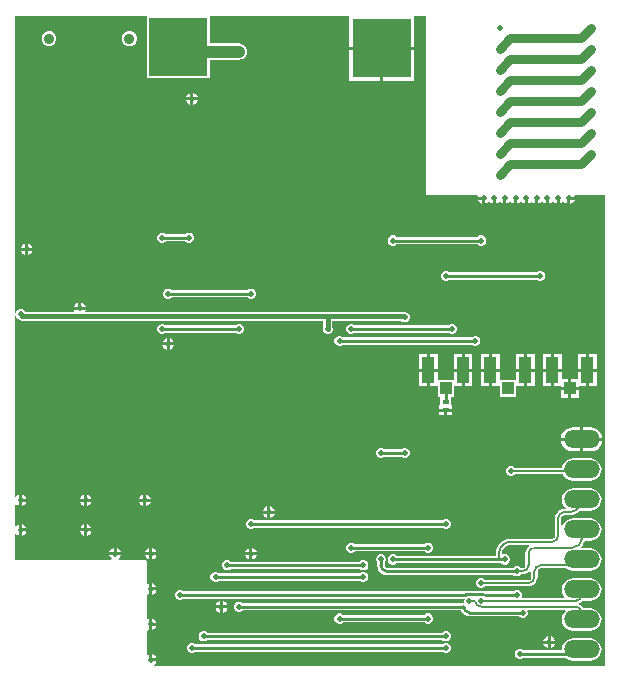
<source format=gbr>
G04*
G04 #@! TF.GenerationSoftware,Altium Limited,Altium Designer,25.5.2 (35)*
G04*
G04 Layer_Physical_Order=2*
G04 Layer_Color=16711680*
%FSLAX25Y25*%
%MOIN*%
G70*
G04*
G04 #@! TF.SameCoordinates,38EB6A6A-CC72-40A8-BBF4-0EDFD8540081*
G04*
G04*
G04 #@! TF.FilePolarity,Positive*
G04*
G01*
G75*
%ADD12C,0.01000*%
%ADD19R,0.19685X0.19685*%
%ADD24R,0.02254X0.01438*%
%ADD33R,0.19685X0.19685*%
%ADD53C,0.03543*%
%ADD55C,0.03937*%
%ADD56C,0.00591*%
%ADD57C,0.01575*%
%ADD61C,0.03150*%
%ADD63C,0.01968*%
%ADD64R,0.04134X0.08661*%
%ADD65R,0.03937X0.04134*%
%ADD66O,0.11874X0.05937*%
G36*
X137167Y157545D02*
X137222Y157268D01*
X137378Y157034D01*
X137612Y156877D01*
X137889Y156822D01*
X154177D01*
X154396Y156495D01*
X154359Y156405D01*
X156299D01*
Y155905D01*
X156799D01*
Y153965D01*
X157423Y154223D01*
X157814Y154614D01*
X158071Y154738D01*
X158328Y154614D01*
X158719Y154223D01*
X159343Y153965D01*
Y155905D01*
X160343D01*
Y153965D01*
X160967Y154223D01*
X161357Y154614D01*
X161614Y154738D01*
X161871Y154614D01*
X162262Y154223D01*
X162886Y153965D01*
Y155905D01*
X163886D01*
Y153965D01*
X164510Y154223D01*
X164900Y154614D01*
X165157Y154738D01*
X165415Y154614D01*
X165805Y154223D01*
X166429Y153965D01*
Y155905D01*
X167429D01*
Y153965D01*
X168053Y154223D01*
X168444Y154614D01*
X168701Y154738D01*
X168958Y154614D01*
X169349Y154223D01*
X169972Y153965D01*
Y155905D01*
X170972D01*
Y153965D01*
X171596Y154223D01*
X171987Y154614D01*
X172244Y154738D01*
X172501Y154614D01*
X172892Y154223D01*
X173516Y153965D01*
Y155905D01*
X174516D01*
Y153965D01*
X175140Y154223D01*
X175530Y154614D01*
X175787Y154738D01*
X176045Y154614D01*
X176435Y154223D01*
X177059Y153965D01*
Y155905D01*
X178059D01*
Y153965D01*
X178683Y154223D01*
X179074Y154614D01*
X179331Y154738D01*
X179588Y154614D01*
X179978Y154223D01*
X180602Y153965D01*
Y155905D01*
X181602D01*
Y153965D01*
X182226Y154223D01*
X182617Y154614D01*
X182874Y154738D01*
X183131Y154614D01*
X183522Y154223D01*
X184146Y153965D01*
Y155905D01*
X184646D01*
Y156405D01*
X186586D01*
X186549Y156495D01*
X186768Y156822D01*
X196850D01*
Y0D01*
X46659D01*
X46507Y394D01*
X46958Y845D01*
X47216Y1469D01*
X45276D01*
Y1969D01*
X44776D01*
Y3909D01*
X44384Y3747D01*
X43990Y4004D01*
Y11744D01*
X44384Y12001D01*
X44776Y11839D01*
Y13780D01*
Y15720D01*
X44384Y15558D01*
X43990Y15815D01*
Y23555D01*
X44384Y23812D01*
X44776Y23650D01*
Y25591D01*
Y27531D01*
X44384Y27369D01*
X43990Y27626D01*
Y34657D01*
X43935Y34933D01*
X43779Y35168D01*
X43544Y35324D01*
X43268Y35379D01*
X34763D01*
X34691Y35520D01*
X34642Y35773D01*
X35147Y36278D01*
X35405Y36902D01*
X31524D01*
X31782Y36278D01*
X32287Y35773D01*
X32238Y35520D01*
X32166Y35379D01*
X0D01*
Y43892D01*
X394Y44044D01*
X845Y43593D01*
X1469Y43335D01*
Y45276D01*
Y47216D01*
X845Y46958D01*
X394Y46507D01*
X0Y46659D01*
Y53735D01*
X394Y53887D01*
X845Y53436D01*
X1469Y53177D01*
Y55118D01*
Y57059D01*
X845Y56800D01*
X394Y56349D01*
X0Y56501D01*
Y116426D01*
X394Y116504D01*
X533Y116167D01*
X1006Y115694D01*
X1055Y115622D01*
X1745Y115160D01*
X2559Y114998D01*
Y115010D01*
X102805D01*
Y112946D01*
X102638Y112541D01*
Y111868D01*
X102895Y111246D01*
X103372Y110769D01*
X103994Y110512D01*
X104667D01*
X105290Y110769D01*
X105766Y111246D01*
X106024Y111868D01*
Y112541D01*
X105856Y112946D01*
Y115010D01*
X128659D01*
X128962Y114707D01*
X129585Y114449D01*
X130258D01*
X130880Y114707D01*
X131356Y115183D01*
X131614Y115805D01*
Y116479D01*
X131356Y117101D01*
X130880Y117577D01*
X130620Y117685D01*
X130265Y117922D01*
X129528Y118069D01*
Y118061D01*
X23727D01*
X23509Y118388D01*
X23594Y118595D01*
X19713D01*
X19798Y118388D01*
X19580Y118061D01*
X3414D01*
X3404Y118085D01*
X2928Y118561D01*
X2305Y118819D01*
X1632D01*
X1010Y118561D01*
X533Y118085D01*
X394Y117748D01*
X0Y117826D01*
Y216535D01*
X43965D01*
Y195770D01*
X65067D01*
Y202024D01*
X74803D01*
X75502Y202116D01*
X76153Y202386D01*
X76713Y202815D01*
X77142Y203374D01*
X77411Y204026D01*
X77503Y204724D01*
X77411Y205423D01*
X77142Y206075D01*
X76713Y206634D01*
X76153Y207063D01*
X75502Y207333D01*
X74803Y207425D01*
X65067D01*
Y216535D01*
X111413D01*
Y206384D01*
X122256D01*
X133098D01*
Y216535D01*
X137167D01*
Y157545D01*
D02*
G37*
%LPC*%
G36*
X38682Y211535D02*
X37696D01*
X36784Y211158D01*
X36086Y210460D01*
X35709Y209548D01*
Y208562D01*
X36086Y207650D01*
X36784Y206952D01*
X37696Y206575D01*
X38682D01*
X39594Y206952D01*
X40292Y207650D01*
X40669Y208562D01*
Y209548D01*
X40292Y210460D01*
X39594Y211158D01*
X38682Y211535D01*
D02*
G37*
G36*
X11911D02*
X10924D01*
X10012Y211158D01*
X9315Y210460D01*
X8937Y209548D01*
Y208562D01*
X9315Y207650D01*
X10012Y206952D01*
X10924Y206575D01*
X11911D01*
X12822Y206952D01*
X13520Y207650D01*
X13898Y208562D01*
Y209548D01*
X13520Y210460D01*
X12822Y211158D01*
X11911Y211535D01*
D02*
G37*
G36*
X133098Y205384D02*
X122756D01*
Y195041D01*
X133098D01*
Y205384D01*
D02*
G37*
G36*
X121756D02*
X111413D01*
Y195041D01*
X121756D01*
Y205384D01*
D02*
G37*
G36*
X59555Y190917D02*
Y189476D01*
X60996D01*
X60737Y190100D01*
X60179Y190658D01*
X59555Y190917D01*
D02*
G37*
G36*
X58555D02*
X57931Y190658D01*
X57373Y190100D01*
X57114Y189476D01*
X58555D01*
Y190917D01*
D02*
G37*
G36*
X60996Y188476D02*
X59555D01*
Y187036D01*
X60179Y187294D01*
X60737Y187852D01*
X60996Y188476D01*
D02*
G37*
G36*
X58555D02*
X57114D01*
X57373Y187852D01*
X57931Y187294D01*
X58555Y187036D01*
Y188476D01*
D02*
G37*
G36*
X186586Y155405D02*
X185146D01*
Y153965D01*
X185770Y154223D01*
X186328Y154781D01*
X186586Y155405D01*
D02*
G37*
G36*
X155799D02*
X154359D01*
X154617Y154781D01*
X155175Y154223D01*
X155799Y153965D01*
Y155405D01*
D02*
G37*
G36*
X58408Y144409D02*
X57734D01*
X57112Y144152D01*
X56909Y143949D01*
X50374D01*
X50172Y144152D01*
X49549Y144409D01*
X48876D01*
X48254Y144152D01*
X47777Y143675D01*
X47520Y143053D01*
Y142380D01*
X47777Y141758D01*
X48254Y141281D01*
X48876Y141024D01*
X49549D01*
X50172Y141281D01*
X50374Y141484D01*
X56909D01*
X57112Y141281D01*
X57734Y141024D01*
X58408D01*
X59030Y141281D01*
X59506Y141758D01*
X59764Y142380D01*
Y143053D01*
X59506Y143675D01*
X59030Y144152D01*
X58408Y144409D01*
D02*
G37*
G36*
X155849Y143425D02*
X155175D01*
X154553Y143167D01*
X154350Y142965D01*
X127146D01*
X126943Y143167D01*
X126321Y143425D01*
X125647D01*
X125025Y143167D01*
X124549Y142691D01*
X124291Y142069D01*
Y141395D01*
X124549Y140773D01*
X125025Y140297D01*
X125647Y140039D01*
X126321D01*
X126943Y140297D01*
X127146Y140500D01*
X154350D01*
X154553Y140297D01*
X155175Y140039D01*
X155849D01*
X156471Y140297D01*
X156947Y140773D01*
X157205Y141395D01*
Y142069D01*
X156947Y142691D01*
X156471Y143167D01*
X155849Y143425D01*
D02*
G37*
G36*
X4437Y140720D02*
Y139279D01*
X5878D01*
X5619Y139903D01*
X5061Y140462D01*
X4437Y140720D01*
D02*
G37*
G36*
X3437D02*
X2813Y140462D01*
X2255Y139903D01*
X1996Y139279D01*
X3437D01*
Y140720D01*
D02*
G37*
G36*
X5878Y138279D02*
X4437D01*
Y136839D01*
X5061Y137097D01*
X5619Y137655D01*
X5878Y138279D01*
D02*
G37*
G36*
X3437D02*
X1996D01*
X2255Y137655D01*
X2813Y137097D01*
X3437Y136839D01*
Y138279D01*
D02*
G37*
G36*
X175534Y131614D02*
X174860D01*
X174238Y131356D01*
X174035Y131154D01*
X144863D01*
X144660Y131356D01*
X144037Y131614D01*
X143364D01*
X142742Y131356D01*
X142266Y130880D01*
X142008Y130258D01*
Y129585D01*
X142266Y128962D01*
X142742Y128486D01*
X143364Y128228D01*
X144037D01*
X144660Y128486D01*
X144863Y128689D01*
X174035D01*
X174238Y128486D01*
X174860Y128228D01*
X175534D01*
X176156Y128486D01*
X176632Y128962D01*
X176890Y129585D01*
Y130258D01*
X176632Y130880D01*
X176156Y131356D01*
X175534Y131614D01*
D02*
G37*
G36*
X79077Y125709D02*
X78403D01*
X77781Y125451D01*
X77578Y125248D01*
X52343D01*
X52140Y125451D01*
X51518Y125709D01*
X50844D01*
X50222Y125451D01*
X49746Y124975D01*
X49488Y124353D01*
Y123679D01*
X49746Y123057D01*
X50222Y122581D01*
X50844Y122323D01*
X51518D01*
X52140Y122581D01*
X52343Y122783D01*
X77578D01*
X77781Y122581D01*
X78403Y122323D01*
X79077D01*
X79699Y122581D01*
X80175Y123057D01*
X80433Y123679D01*
Y124353D01*
X80175Y124975D01*
X79699Y125451D01*
X79077Y125709D01*
D02*
G37*
G36*
X22153Y121035D02*
Y119595D01*
X23594D01*
X23336Y120219D01*
X22777Y120777D01*
X22153Y121035D01*
D02*
G37*
G36*
X21154D02*
X20530Y120777D01*
X19971Y120219D01*
X19713Y119595D01*
X21154D01*
Y121035D01*
D02*
G37*
G36*
X146006Y113898D02*
X145333D01*
X144710Y113640D01*
X144508Y113437D01*
X113366D01*
X113164Y113640D01*
X112541Y113898D01*
X111868D01*
X111246Y113640D01*
X110769Y113164D01*
X110512Y112541D01*
Y111868D01*
X110769Y111246D01*
X111246Y110769D01*
X111868Y110512D01*
X112541D01*
X113164Y110769D01*
X113366Y110972D01*
X144508D01*
X144710Y110769D01*
X145333Y110512D01*
X146006D01*
X146628Y110769D01*
X147105Y111246D01*
X147362Y111868D01*
Y112541D01*
X147105Y113164D01*
X146628Y113640D01*
X146006Y113898D01*
D02*
G37*
G36*
X75140D02*
X74466D01*
X73844Y113640D01*
X73641Y113437D01*
X50374D01*
X50172Y113640D01*
X49549Y113898D01*
X48876D01*
X48254Y113640D01*
X47777Y113164D01*
X47520Y112541D01*
Y111868D01*
X47777Y111246D01*
X48254Y110769D01*
X48876Y110512D01*
X49549D01*
X50172Y110769D01*
X50374Y110972D01*
X73641D01*
X73844Y110769D01*
X74466Y110512D01*
X75140D01*
X75762Y110769D01*
X76238Y111246D01*
X76496Y111868D01*
Y112541D01*
X76238Y113164D01*
X75762Y113640D01*
X75140Y113898D01*
D02*
G37*
G36*
X153880Y109961D02*
X153207D01*
X152584Y109703D01*
X152382Y109500D01*
X109430D01*
X109227Y109703D01*
X108605Y109961D01*
X107931D01*
X107309Y109703D01*
X106833Y109227D01*
X106575Y108605D01*
Y107931D01*
X106833Y107309D01*
X107309Y106833D01*
X107931Y106575D01*
X108605D01*
X109227Y106833D01*
X109430Y107035D01*
X152382D01*
X152584Y106833D01*
X153207Y106575D01*
X153880D01*
X154502Y106833D01*
X154979Y107309D01*
X155236Y107931D01*
Y108605D01*
X154979Y109227D01*
X154502Y109703D01*
X153880Y109961D01*
D02*
G37*
G36*
X51681Y109224D02*
Y107783D01*
X53122D01*
X52863Y108407D01*
X52305Y108966D01*
X51681Y109224D01*
D02*
G37*
G36*
X50681D02*
X50057Y108966D01*
X49499Y108407D01*
X49240Y107783D01*
X50681D01*
Y109224D01*
D02*
G37*
G36*
X53122Y106783D02*
X51681D01*
Y105343D01*
X52305Y105601D01*
X52863Y106159D01*
X53122Y106783D01*
D02*
G37*
G36*
X50681D02*
X49240D01*
X49499Y106159D01*
X50057Y105601D01*
X50681Y105343D01*
Y106783D01*
D02*
G37*
G36*
X193913Y103756D02*
X191346D01*
Y98925D01*
X193913D01*
Y103756D01*
D02*
G37*
G36*
X190346D02*
X187779D01*
Y98925D01*
X190346D01*
Y103756D01*
D02*
G37*
G36*
X182299D02*
X179732D01*
Y98925D01*
X182299D01*
Y103756D01*
D02*
G37*
G36*
X178732D02*
X176165D01*
Y98925D01*
X178732D01*
Y103756D01*
D02*
G37*
G36*
X173244D02*
X170677D01*
Y98925D01*
X173244D01*
Y103756D01*
D02*
G37*
G36*
X169677D02*
X167110D01*
Y98925D01*
X169677D01*
Y103756D01*
D02*
G37*
G36*
X161630D02*
X159063D01*
Y98925D01*
X161630D01*
Y103756D01*
D02*
G37*
G36*
X158063D02*
X155496D01*
Y98925D01*
X158063D01*
Y103756D01*
D02*
G37*
G36*
X152575D02*
X150008D01*
Y98925D01*
X152575D01*
Y103756D01*
D02*
G37*
G36*
X149008D02*
X146441D01*
Y98925D01*
X149008D01*
Y103756D01*
D02*
G37*
G36*
X140961D02*
X138394D01*
Y98925D01*
X140961D01*
Y103756D01*
D02*
G37*
G36*
X137394D02*
X134827D01*
Y98925D01*
X137394D01*
Y103756D01*
D02*
G37*
G36*
X169677Y97925D02*
X167110D01*
Y95564D01*
X167047Y95197D01*
X166716Y95197D01*
X161693Y95197D01*
X161630Y95564D01*
Y97925D01*
X159063D01*
Y93094D01*
X161630Y93094D01*
X161693Y92727D01*
Y89646D01*
X167047D01*
Y92727D01*
X167110Y93094D01*
X167441Y93094D01*
X169677D01*
Y97925D01*
D02*
G37*
G36*
X149008D02*
X146441D01*
Y95564D01*
X146378Y95197D01*
X146047Y95197D01*
X141024Y95197D01*
X140961Y95564D01*
Y97925D01*
X138394D01*
Y93094D01*
X140961Y93094D01*
X141024Y92727D01*
Y89646D01*
X141559D01*
X141865Y89434D01*
Y86941D01*
X141574D01*
Y85722D01*
X143701D01*
X145828D01*
Y86941D01*
X145536D01*
Y89434D01*
X145842Y89646D01*
X146378D01*
Y92727D01*
X146441Y93094D01*
X146772Y93094D01*
X149008D01*
Y97925D01*
D02*
G37*
G36*
X193913D02*
X191346D01*
Y93094D01*
X193913D01*
Y97925D01*
D02*
G37*
G36*
X178732D02*
X176165D01*
Y93094D01*
X178732D01*
Y97925D01*
D02*
G37*
G36*
X173244D02*
X170677D01*
Y93094D01*
X173244D01*
Y97925D01*
D02*
G37*
G36*
X152575D02*
X150008D01*
Y93094D01*
X152575D01*
Y97925D01*
D02*
G37*
G36*
X158063D02*
X155496D01*
Y93094D01*
X158063D01*
Y97925D01*
D02*
G37*
G36*
X137394D02*
X134827D01*
Y93094D01*
X137394D01*
Y97925D01*
D02*
G37*
G36*
X190346D02*
X187779D01*
Y95488D01*
X185539D01*
Y92921D01*
X188008D01*
Y93094D01*
X190346D01*
Y97925D01*
D02*
G37*
G36*
X182299D02*
X179732D01*
Y93094D01*
X182071D01*
Y92921D01*
X184539D01*
Y95488D01*
X182299D01*
Y97925D01*
D02*
G37*
G36*
X188008Y91921D02*
X185539D01*
Y89354D01*
X188008D01*
Y91921D01*
D02*
G37*
G36*
X184539D02*
X182071D01*
Y89354D01*
X184539D01*
Y91921D01*
D02*
G37*
G36*
X145828Y84722D02*
X144201D01*
Y83503D01*
X145828D01*
Y84722D01*
D02*
G37*
G36*
X143201D02*
X141574D01*
Y83503D01*
X143201D01*
Y84722D01*
D02*
G37*
G36*
X191945Y79436D02*
X189476D01*
Y75933D01*
X195882D01*
X195811Y76469D01*
X195411Y77434D01*
X194775Y78263D01*
X193946Y78900D01*
X192981Y79299D01*
X191945Y79436D01*
D02*
G37*
G36*
X188476D02*
X186008D01*
X184972Y79299D01*
X184007Y78900D01*
X183177Y78263D01*
X182541Y77434D01*
X182141Y76469D01*
X182071Y75933D01*
X188476D01*
Y79436D01*
D02*
G37*
G36*
X130258Y72559D02*
X129585D01*
X128962Y72301D01*
X128760Y72098D01*
X123209D01*
X123006Y72301D01*
X122384Y72559D01*
X121711D01*
X121088Y72301D01*
X120612Y71825D01*
X120354Y71203D01*
Y70529D01*
X120612Y69907D01*
X121088Y69431D01*
X121711Y69173D01*
X122384D01*
X123006Y69431D01*
X123209Y69634D01*
X128760D01*
X128962Y69431D01*
X129585Y69173D01*
X130258D01*
X130880Y69431D01*
X131356Y69907D01*
X131614Y70529D01*
Y71203D01*
X131356Y71825D01*
X130880Y72301D01*
X130258Y72559D01*
D02*
G37*
G36*
X195882Y74933D02*
X189476D01*
Y71430D01*
X191945D01*
X192981Y71567D01*
X193946Y71967D01*
X194775Y72603D01*
X195411Y73432D01*
X195811Y74397D01*
X195882Y74933D01*
D02*
G37*
G36*
X188476D02*
X182071D01*
X182141Y74397D01*
X182541Y73432D01*
X183177Y72603D01*
X184007Y71967D01*
X184972Y71567D01*
X186008Y71430D01*
X188476D01*
Y74933D01*
D02*
G37*
G36*
X191945Y69142D02*
X186008D01*
X185048Y69016D01*
X184153Y68645D01*
X183385Y68056D01*
X182796Y67287D01*
X182425Y66393D01*
X182372Y65984D01*
X166725D01*
X166313Y66396D01*
X165691Y66654D01*
X165018D01*
X164395Y66396D01*
X163919Y65920D01*
X163661Y65297D01*
Y64624D01*
X163919Y64002D01*
X164395Y63525D01*
X165018Y63268D01*
X165691D01*
X166313Y63525D01*
X166725Y63937D01*
X182647D01*
X182796Y63579D01*
X183385Y62810D01*
X184153Y62221D01*
X185048Y61851D01*
X186008Y61724D01*
X191945D01*
X192905Y61851D01*
X193799Y62221D01*
X194568Y62810D01*
X195157Y63579D01*
X195527Y64473D01*
X195654Y65433D01*
X195527Y66393D01*
X195157Y67287D01*
X194568Y68056D01*
X193799Y68645D01*
X192905Y69016D01*
X191945Y69142D01*
D02*
G37*
G36*
X43807Y57059D02*
Y55618D01*
X45248D01*
X44989Y56242D01*
X44431Y56800D01*
X43807Y57059D01*
D02*
G37*
G36*
X42807D02*
X42183Y56800D01*
X41625Y56242D01*
X41366Y55618D01*
X42807D01*
Y57059D01*
D02*
G37*
G36*
X24122D02*
Y55618D01*
X25563D01*
X25304Y56242D01*
X24746Y56800D01*
X24122Y57059D01*
D02*
G37*
G36*
X23122D02*
X22498Y56800D01*
X21940Y56242D01*
X21681Y55618D01*
X23122D01*
Y57059D01*
D02*
G37*
G36*
X2468D02*
Y55618D01*
X3909D01*
X3651Y56242D01*
X3093Y56800D01*
X2468Y57059D01*
D02*
G37*
G36*
X45248Y54618D02*
X43807D01*
Y53177D01*
X44431Y53436D01*
X44989Y53994D01*
X45248Y54618D01*
D02*
G37*
G36*
X42807D02*
X41366D01*
X41625Y53994D01*
X42183Y53436D01*
X42807Y53177D01*
Y54618D01*
D02*
G37*
G36*
X25563D02*
X24122D01*
Y53177D01*
X24746Y53436D01*
X25304Y53994D01*
X25563Y54618D01*
D02*
G37*
G36*
X23122D02*
X21681D01*
X21940Y53994D01*
X22498Y53436D01*
X23122Y53177D01*
Y54618D01*
D02*
G37*
G36*
X3909D02*
X2468D01*
Y53177D01*
X3093Y53436D01*
X3651Y53994D01*
X3909Y54618D01*
D02*
G37*
G36*
X191945Y59142D02*
X186008D01*
X185048Y59016D01*
X184153Y58645D01*
X183385Y58056D01*
X182796Y57288D01*
X182425Y56393D01*
X182299Y55433D01*
X182425Y54473D01*
X182796Y53579D01*
X183385Y52811D01*
X183662Y52598D01*
X183528Y52205D01*
X183071D01*
Y52211D01*
X182295Y52109D01*
X181572Y51809D01*
X180951Y51333D01*
X180474Y50712D01*
X180175Y49989D01*
X180073Y49213D01*
X180079D01*
Y43307D01*
X180066D01*
X179995Y42950D01*
X179793Y42648D01*
X179491Y42446D01*
X179134Y42375D01*
Y42362D01*
X165354D01*
Y42385D01*
X164065Y42215D01*
X162863Y41717D01*
X161830Y40925D01*
X161038Y39893D01*
X160541Y38691D01*
X160371Y37402D01*
X160394D01*
Y36665D01*
X127146D01*
X126943Y36868D01*
X126321Y37126D01*
X125647D01*
X125025Y36868D01*
X124549Y36392D01*
X124291Y35770D01*
Y35096D01*
X124549Y34474D01*
X125025Y33998D01*
X125647Y33740D01*
X126321D01*
X126943Y33998D01*
X127146Y34201D01*
X162224D01*
X162427Y33998D01*
X163049Y33740D01*
X163723D01*
X164345Y33998D01*
X164821Y34474D01*
X165079Y35096D01*
Y35770D01*
X164821Y36392D01*
X164345Y36868D01*
X163723Y37126D01*
X163049D01*
X162768Y37010D01*
X162647Y37091D01*
X162446Y37402D01*
X162546Y38154D01*
X162836Y38855D01*
X163298Y39458D01*
X163900Y39920D01*
X164602Y40210D01*
X165354Y40310D01*
Y40315D01*
X171507D01*
X171629Y39921D01*
X171108Y39522D01*
X170632Y38901D01*
X170332Y38177D01*
X170230Y37402D01*
X170236D01*
Y33465D01*
X170224D01*
X170153Y33108D01*
X169951Y32805D01*
X169648Y32603D01*
X169291Y32532D01*
Y32520D01*
X168693D01*
X168282Y32931D01*
X167660Y33189D01*
X166986D01*
X166364Y32931D01*
X166161Y32728D01*
X124016D01*
Y32741D01*
X123739Y32796D01*
X123504Y32953D01*
X123347Y33188D01*
X123292Y33465D01*
X123280D01*
Y34271D01*
X123482Y34474D01*
X123740Y35096D01*
Y35770D01*
X123482Y36392D01*
X123006Y36868D01*
X122384Y37126D01*
X121711D01*
X121088Y36868D01*
X120612Y36392D01*
X120354Y35770D01*
Y35096D01*
X120612Y34474D01*
X120815Y34271D01*
Y33465D01*
X120811D01*
X120920Y32635D01*
X121240Y31862D01*
X121750Y31199D01*
X122414Y30689D01*
X123186Y30369D01*
X124016Y30260D01*
Y30264D01*
X166161D01*
X166364Y30061D01*
X166986Y29803D01*
X167660D01*
X168282Y30061D01*
X168693Y30472D01*
X169291D01*
Y30466D01*
X170067Y30569D01*
X170790Y30868D01*
X171411Y31345D01*
X171633Y31633D01*
X172170Y31687D01*
X172218Y31646D01*
X172199Y31496D01*
X172205D01*
Y29528D01*
X172192D01*
X172121Y29171D01*
X171919Y28868D01*
X171617Y28666D01*
X171260Y28595D01*
Y28583D01*
X156882D01*
X156471Y28994D01*
X155849Y29252D01*
X155175D01*
X154553Y28994D01*
X154077Y28518D01*
X153819Y27896D01*
Y27222D01*
X154077Y26600D01*
X154553Y26124D01*
X155175Y25866D01*
X155849D01*
X156471Y26124D01*
X156882Y26535D01*
X171260D01*
Y26529D01*
X172036Y26632D01*
X172759Y26931D01*
X173380Y27408D01*
X173856Y28029D01*
X174156Y28752D01*
X174258Y29528D01*
X174252D01*
Y31496D01*
X174264D01*
X174335Y31853D01*
X174538Y32155D01*
X174840Y32358D01*
X175197Y32429D01*
Y32441D01*
X183867D01*
X184153Y32221D01*
X185048Y31851D01*
X186008Y31724D01*
X191945D01*
X192905Y31851D01*
X193799Y32221D01*
X194568Y32811D01*
X195157Y33579D01*
X195527Y34473D01*
X195654Y35433D01*
X195527Y36393D01*
X195157Y37288D01*
X194568Y38056D01*
X193799Y38645D01*
X192905Y39016D01*
X191945Y39142D01*
X188934D01*
X188807Y39515D01*
X188841Y39541D01*
X189478Y40371D01*
X189878Y41337D01*
X189929Y41724D01*
X191945D01*
X192905Y41851D01*
X193799Y42221D01*
X194568Y42810D01*
X195157Y43579D01*
X195527Y44473D01*
X195654Y45433D01*
X195527Y46393D01*
X195157Y47287D01*
X194568Y48056D01*
X193799Y48645D01*
X192905Y49016D01*
X191945Y49142D01*
X186008D01*
X185048Y49016D01*
X184153Y48645D01*
X183385Y48056D01*
X182796Y47287D01*
X182520Y46621D01*
X182126Y46699D01*
Y49213D01*
X182138D01*
X182209Y49569D01*
X182412Y49872D01*
X182714Y50074D01*
X183071Y50145D01*
Y50157D01*
X184724D01*
Y50132D01*
X186097Y50313D01*
X187375Y50842D01*
X188473Y51684D01*
X188503Y51724D01*
X191945D01*
X192905Y51851D01*
X193799Y52221D01*
X194568Y52811D01*
X195157Y53579D01*
X195527Y54473D01*
X195654Y55433D01*
X195527Y56393D01*
X195157Y57288D01*
X194568Y58056D01*
X193799Y58645D01*
X192905Y59016D01*
X191945Y59142D01*
D02*
G37*
G36*
X85146Y53122D02*
Y51681D01*
X86586D01*
X86328Y52305D01*
X85770Y52863D01*
X85146Y53122D01*
D02*
G37*
G36*
X84146D02*
X83522Y52863D01*
X82964Y52305D01*
X82705Y51681D01*
X84146D01*
Y53122D01*
D02*
G37*
G36*
X86586Y50681D02*
X85146D01*
Y49240D01*
X85770Y49499D01*
X86328Y50057D01*
X86586Y50681D01*
D02*
G37*
G36*
X84146D02*
X82705D01*
X82964Y50057D01*
X83522Y49499D01*
X84146Y49240D01*
Y50681D01*
D02*
G37*
G36*
X144037Y48937D02*
X143364D01*
X142742Y48679D01*
X142539Y48476D01*
X79902D01*
X79699Y48679D01*
X79077Y48937D01*
X78403D01*
X77781Y48679D01*
X77305Y48203D01*
X77047Y47581D01*
Y46907D01*
X77305Y46285D01*
X77781Y45809D01*
X78403Y45551D01*
X79077D01*
X79699Y45809D01*
X79902Y46012D01*
X142539D01*
X142742Y45809D01*
X143364Y45551D01*
X144037D01*
X144660Y45809D01*
X145136Y46285D01*
X145394Y46907D01*
Y47581D01*
X145136Y48203D01*
X144660Y48679D01*
X144037Y48937D01*
D02*
G37*
G36*
X24122Y47216D02*
Y45776D01*
X25563D01*
X25304Y46400D01*
X24746Y46958D01*
X24122Y47216D01*
D02*
G37*
G36*
X23122D02*
X22498Y46958D01*
X21940Y46400D01*
X21681Y45776D01*
X23122D01*
Y47216D01*
D02*
G37*
G36*
X2468D02*
Y45776D01*
X3909D01*
X3651Y46400D01*
X3093Y46958D01*
X2468Y47216D01*
D02*
G37*
G36*
X25563Y44776D02*
X24122D01*
Y43335D01*
X24746Y43593D01*
X25304Y44152D01*
X25563Y44776D01*
D02*
G37*
G36*
X23122D02*
X21681D01*
X21940Y44152D01*
X22498Y43593D01*
X23122Y43335D01*
Y44776D01*
D02*
G37*
G36*
X3909D02*
X2468D01*
Y43335D01*
X3093Y43593D01*
X3651Y44152D01*
X3909Y44776D01*
D02*
G37*
G36*
X138132Y41063D02*
X137459D01*
X136836Y40805D01*
X136634Y40602D01*
X113366D01*
X113164Y40805D01*
X112541Y41063D01*
X111868D01*
X111246Y40805D01*
X110769Y40329D01*
X110512Y39707D01*
Y39033D01*
X110769Y38411D01*
X111246Y37935D01*
X111868Y37677D01*
X112541D01*
X113164Y37935D01*
X113366Y38138D01*
X136634D01*
X136836Y37935D01*
X137459Y37677D01*
X138132D01*
X138754Y37935D01*
X139231Y38411D01*
X139488Y39033D01*
Y39707D01*
X139231Y40329D01*
X138754Y40805D01*
X138132Y41063D01*
D02*
G37*
G36*
X79240Y39342D02*
Y37902D01*
X80681D01*
X80422Y38526D01*
X79864Y39084D01*
X79240Y39342D01*
D02*
G37*
G36*
X78240D02*
X77616Y39084D01*
X77058Y38526D01*
X76799Y37902D01*
X78240D01*
Y39342D01*
D02*
G37*
G36*
X45776D02*
Y37902D01*
X47216D01*
X46958Y38526D01*
X46400Y39084D01*
X45776Y39342D01*
D02*
G37*
G36*
X44776D02*
X44152Y39084D01*
X43593Y38526D01*
X43335Y37902D01*
X44776D01*
Y39342D01*
D02*
G37*
G36*
X33965D02*
Y37902D01*
X35405D01*
X35147Y38526D01*
X34589Y39084D01*
X33965Y39342D01*
D02*
G37*
G36*
X32965D02*
X32341Y39084D01*
X31782Y38526D01*
X31524Y37902D01*
X32965D01*
Y39342D01*
D02*
G37*
G36*
X80681Y36902D02*
X79240D01*
Y35461D01*
X79864Y35719D01*
X80422Y36278D01*
X80681Y36902D01*
D02*
G37*
G36*
X78240D02*
X76799D01*
X77058Y36278D01*
X77616Y35719D01*
X78240Y35461D01*
Y36902D01*
D02*
G37*
G36*
X47216D02*
X45776D01*
Y35461D01*
X46400Y35719D01*
X46958Y36278D01*
X47216Y36902D01*
D02*
G37*
G36*
X44776D02*
X43335D01*
X43593Y36278D01*
X44152Y35719D01*
X44776Y35461D01*
Y36902D01*
D02*
G37*
G36*
X116479Y35157D02*
X115805D01*
X115183Y34900D01*
X114980Y34697D01*
X72028D01*
X71825Y34900D01*
X71203Y35157D01*
X70529D01*
X69907Y34900D01*
X69431Y34424D01*
X69173Y33801D01*
Y33128D01*
X69431Y32506D01*
X69907Y32029D01*
X70529Y31772D01*
X71203D01*
X71825Y32029D01*
X72028Y32232D01*
X114980D01*
X115183Y32029D01*
X115805Y31772D01*
X116479D01*
X117101Y32029D01*
X117577Y32506D01*
X117835Y33128D01*
Y33801D01*
X117577Y34424D01*
X117101Y34900D01*
X116479Y35157D01*
D02*
G37*
G36*
Y31220D02*
X115805D01*
X115183Y30963D01*
X114980Y30760D01*
X68091D01*
X67888Y30963D01*
X67266Y31220D01*
X66592D01*
X65970Y30963D01*
X65494Y30487D01*
X65236Y29864D01*
Y29191D01*
X65494Y28569D01*
X65970Y28092D01*
X66592Y27835D01*
X67266D01*
X67888Y28092D01*
X68091Y28295D01*
X114980D01*
X115183Y28092D01*
X115805Y27835D01*
X116479D01*
X117101Y28092D01*
X117577Y28569D01*
X117835Y29191D01*
Y29864D01*
X117577Y30487D01*
X117101Y30963D01*
X116479Y31220D01*
D02*
G37*
G36*
X45776Y27531D02*
Y26091D01*
X47216D01*
X46958Y26715D01*
X46400Y27273D01*
X45776Y27531D01*
D02*
G37*
G36*
X47216Y25091D02*
X45776D01*
Y23650D01*
X46400Y23908D01*
X46958Y24467D01*
X47216Y25091D01*
D02*
G37*
G36*
X191945Y29142D02*
X186008D01*
X185048Y29016D01*
X184153Y28645D01*
X183385Y28056D01*
X182796Y27288D01*
X182425Y26393D01*
X182299Y25433D01*
X182425Y24473D01*
X182796Y23579D01*
X183186Y23071D01*
X182991Y22677D01*
X169182D01*
X168919Y23071D01*
X169016Y23305D01*
Y23979D01*
X168758Y24601D01*
X168282Y25077D01*
X167660Y25335D01*
X166986D01*
X166364Y25077D01*
X166161Y24874D01*
X156734D01*
X156727Y24884D01*
X156638Y24921D01*
X156400Y24968D01*
X156400Y24968D01*
X156355Y24973D01*
X155512Y25084D01*
Y25079D01*
X151575D01*
Y25084D01*
X150731Y24973D01*
X150687Y24968D01*
X150687Y24968D01*
X150449Y24921D01*
X150360Y24884D01*
X149995Y24874D01*
X149606D01*
X149507Y24854D01*
X56280D01*
X56077Y25057D01*
X55455Y25315D01*
X54781D01*
X54159Y25057D01*
X53683Y24581D01*
X53425Y23959D01*
Y23285D01*
X53683Y22663D01*
X54159Y22187D01*
X54781Y21929D01*
X55455D01*
X56077Y22187D01*
X56280Y22390D01*
X149606D01*
X149622Y22393D01*
X149835Y22215D01*
X149922Y22086D01*
X149882Y21990D01*
Y21317D01*
X149906Y21259D01*
X149622Y20914D01*
X149606Y20917D01*
X75965D01*
X75762Y21120D01*
X75140Y21378D01*
X74466D01*
X73844Y21120D01*
X73368Y20644D01*
X73110Y20022D01*
Y19348D01*
X73368Y18726D01*
X73844Y18250D01*
X74466Y17992D01*
X75140D01*
X75762Y18250D01*
X75965Y18453D01*
X148646D01*
X148800Y18083D01*
X149309Y17419D01*
X149972Y16910D01*
X150745Y16590D01*
X151575Y16480D01*
Y16484D01*
X168130D01*
X168332Y16281D01*
X168955Y16024D01*
X169628D01*
X170250Y16281D01*
X170727Y16758D01*
X170984Y17380D01*
Y18053D01*
X170887Y18287D01*
X171150Y18681D01*
X183554D01*
X183687Y18287D01*
X183385Y18056D01*
X182796Y17288D01*
X182425Y16393D01*
X182299Y15433D01*
X182425Y14473D01*
X182796Y13579D01*
X183385Y12810D01*
X184153Y12221D01*
X185048Y11851D01*
X186008Y11724D01*
X191945D01*
X192905Y11851D01*
X193799Y12221D01*
X194568Y12810D01*
X195157Y13579D01*
X195527Y14473D01*
X195654Y15433D01*
X195527Y16393D01*
X195157Y17288D01*
X194568Y18056D01*
X193799Y18645D01*
X192905Y19016D01*
X191945Y19142D01*
X189643D01*
X189604Y19235D01*
X189128Y19856D01*
X188507Y20333D01*
X188185Y20466D01*
Y20892D01*
X188507Y21026D01*
X189128Y21502D01*
X189298Y21724D01*
X191945D01*
X192905Y21851D01*
X193799Y22221D01*
X194568Y22810D01*
X195157Y23579D01*
X195527Y24473D01*
X195654Y25433D01*
X195527Y26393D01*
X195157Y27288D01*
X194568Y28056D01*
X193799Y28645D01*
X192905Y29016D01*
X191945Y29142D01*
D02*
G37*
G36*
X69398Y21626D02*
Y20185D01*
X70838D01*
X70580Y20809D01*
X70022Y21367D01*
X69398Y21626D01*
D02*
G37*
G36*
X68398D02*
X67774Y21367D01*
X67216Y20809D01*
X66957Y20185D01*
X68398D01*
Y21626D01*
D02*
G37*
G36*
X70838Y19185D02*
X69398D01*
Y17744D01*
X70022Y18003D01*
X70580Y18561D01*
X70838Y19185D01*
D02*
G37*
G36*
X68398D02*
X66957D01*
X67216Y18561D01*
X67774Y18003D01*
X68398Y17744D01*
Y19185D01*
D02*
G37*
G36*
X138132Y17441D02*
X137459D01*
X136836Y17183D01*
X136634Y16980D01*
X109430D01*
X109227Y17183D01*
X108605Y17441D01*
X107931D01*
X107309Y17183D01*
X106833Y16707D01*
X106575Y16085D01*
Y15411D01*
X106833Y14789D01*
X107309Y14313D01*
X107931Y14055D01*
X108605D01*
X109227Y14313D01*
X109430Y14516D01*
X136634D01*
X136836Y14313D01*
X137459Y14055D01*
X138132D01*
X138754Y14313D01*
X139231Y14789D01*
X139488Y15411D01*
Y16085D01*
X139231Y16707D01*
X138754Y17183D01*
X138132Y17441D01*
D02*
G37*
G36*
X45776Y15720D02*
Y14279D01*
X47216D01*
X46958Y14904D01*
X46400Y15462D01*
X45776Y15720D01*
D02*
G37*
G36*
X47216Y13280D02*
X45776D01*
Y11839D01*
X46400Y12097D01*
X46958Y12655D01*
X47216Y13280D01*
D02*
G37*
G36*
X144037Y11535D02*
X143364D01*
X142742Y11278D01*
X142539Y11075D01*
X64154D01*
X63951Y11278D01*
X63329Y11535D01*
X62655D01*
X62033Y11278D01*
X61557Y10802D01*
X61299Y10179D01*
Y9506D01*
X61557Y8884D01*
X62033Y8407D01*
X62655Y8150D01*
X63329D01*
X63951Y8407D01*
X64154Y8610D01*
X142539D01*
X142742Y8407D01*
X143364Y8150D01*
X144037D01*
X144660Y8407D01*
X145136Y8884D01*
X145394Y9506D01*
Y10179D01*
X145136Y10802D01*
X144660Y11278D01*
X144037Y11535D01*
D02*
G37*
G36*
X178650Y9815D02*
Y8374D01*
X180090D01*
X179832Y8998D01*
X179274Y9556D01*
X178650Y9815D01*
D02*
G37*
G36*
X177650D02*
X177026Y9556D01*
X176468Y8998D01*
X176209Y8374D01*
X177650D01*
Y9815D01*
D02*
G37*
G36*
X144037Y7598D02*
X143364D01*
X142742Y7341D01*
X142539Y7138D01*
X60217D01*
X60014Y7341D01*
X59392Y7598D01*
X58718D01*
X58096Y7341D01*
X57620Y6865D01*
X57362Y6242D01*
Y5569D01*
X57620Y4947D01*
X58096Y4470D01*
X58718Y4213D01*
X59392D01*
X60014Y4470D01*
X60217Y4673D01*
X142539D01*
X142742Y4470D01*
X143364Y4213D01*
X144037D01*
X144660Y4470D01*
X145136Y4947D01*
X145394Y5569D01*
Y6242D01*
X145136Y6865D01*
X144660Y7341D01*
X144037Y7598D01*
D02*
G37*
G36*
X180090Y7374D02*
X178650D01*
Y5933D01*
X179274Y6192D01*
X179832Y6750D01*
X180090Y7374D01*
D02*
G37*
G36*
X177650D02*
X176209D01*
X176468Y6750D01*
X177026Y6192D01*
X177650Y5933D01*
Y7374D01*
D02*
G37*
G36*
X191945Y9142D02*
X186008D01*
X185048Y9016D01*
X184153Y8645D01*
X183385Y8056D01*
X182796Y7288D01*
X182425Y6393D01*
X182299Y5433D01*
X182068Y5169D01*
X169469D01*
X169266Y5372D01*
X168644Y5630D01*
X167970D01*
X167348Y5372D01*
X166872Y4896D01*
X166614Y4274D01*
Y3600D01*
X166872Y2978D01*
X167348Y2502D01*
X167970Y2244D01*
X168644D01*
X169266Y2502D01*
X169469Y2705D01*
X183523D01*
X184153Y2221D01*
X185048Y1851D01*
X186008Y1724D01*
X191945D01*
X192905Y1851D01*
X193799Y2221D01*
X194568Y2811D01*
X195157Y3579D01*
X195527Y4473D01*
X195654Y5433D01*
X195527Y6393D01*
X195157Y7288D01*
X194568Y8056D01*
X193799Y8645D01*
X192905Y9016D01*
X191945Y9142D01*
D02*
G37*
G36*
X45776Y3909D02*
Y2468D01*
X47216D01*
X46958Y3093D01*
X46400Y3651D01*
X45776Y3909D01*
D02*
G37*
%LPD*%
D12*
X187480Y3937D02*
G03*
X188976Y5433I0J1496D01*
G01*
X122047Y33465D02*
G03*
X124016Y31496I1969J0D01*
G01*
X149606Y19685D02*
G03*
X151575Y17717I1969J0D01*
G01*
X156288Y23704D02*
G03*
X156632Y23642I348J937D01*
G01*
X156288Y23704D02*
G03*
X155512Y23846I-777J-2051D01*
G01*
X151575D02*
G03*
X150799Y23705I0J-2193D01*
G01*
X150454Y23642D02*
G03*
X150799Y23705I-5J1000D01*
G01*
X161657Y163600D02*
X161700D01*
X161657Y170600D02*
X161700D01*
X161657Y177600D02*
X161700D01*
X161657Y184600D02*
X161700D01*
X161657Y191600D02*
X161700D01*
X161657Y198600D02*
X161700D01*
X161657Y205600D02*
X161700D01*
X161657Y212600D02*
X161700D01*
X143701Y129921D02*
X175197D01*
X168307Y3937D02*
X187480D01*
X122047Y33465D02*
Y35433D01*
X124016Y31496D02*
X167323D01*
X122047Y70866D02*
X129921D01*
X112205Y39370D02*
X137795D01*
X112205Y112205D02*
X145669D01*
X125984Y35433D02*
X161417D01*
X163386D01*
X125984Y141732D02*
X155512D01*
X108268Y15748D02*
X137795D01*
X108268Y108268D02*
X153543D01*
X143701Y88006D02*
Y92421D01*
X49213Y142717D02*
X58071D01*
X70866Y33465D02*
X116142D01*
X66929Y29528D02*
X116142D01*
X74803Y19685D02*
X149606D01*
X151575Y17717D02*
X169291D01*
X49213Y112205D02*
X74803D01*
X78740Y47244D02*
X143701D01*
X51181Y124016D02*
X78740D01*
X156632Y23642D02*
X167323D01*
X151575Y23846D02*
X155512D01*
X149606Y23642D02*
X150454D01*
X149606Y23622D02*
Y23642D01*
X55118Y23622D02*
X149606D01*
X59055Y5906D02*
X143701D01*
X62992Y9843D02*
X143701D01*
D19*
X54516Y206321D02*
D03*
D24*
X143701Y85222D02*
D03*
Y88006D02*
D03*
D33*
X122256Y205884D02*
D03*
D53*
X11417Y209055D02*
D03*
X38189D02*
D03*
D55*
X54516Y206321D02*
G03*
X56112Y204724I1596J0D01*
G01*
X74803D01*
D56*
X169291Y31496D02*
G03*
X171260Y33465I0J1969D01*
G01*
X173228Y39370D02*
G03*
X171260Y37402I0J-1969D01*
G01*
X185444Y39370D02*
G03*
X185511Y39374I-3J591D01*
G01*
X186008Y39406D02*
G03*
X185511Y39374I0J-3972D01*
G01*
X186008Y39406D02*
G03*
X188976Y42374I0J2968D01*
G01*
X188504Y64961D02*
G03*
X188976Y65433I0J472D01*
G01*
X165354Y41339D02*
G03*
X161417Y37402I0J-3937D01*
G01*
X179134Y41339D02*
G03*
X181102Y43307I0J1969D01*
G01*
X183071Y51181D02*
G03*
X181102Y49213I0J-1969D01*
G01*
X184724Y51181D02*
G03*
X188976Y55433I0J4252D01*
G01*
X175197Y33465D02*
G03*
X173228Y31496I0J-1969D01*
G01*
X171260Y27559D02*
G03*
X173228Y29528I0J1969D01*
G01*
X187008Y33465D02*
G03*
X188976Y35433I0J1969D01*
G01*
X187008Y21654D02*
G03*
X188976Y23622I0J1969D01*
G01*
Y17736D02*
G03*
X187008Y19705I-1969J0D01*
G01*
X169310D02*
G03*
X169043Y19689I-19J-1988D01*
G01*
X168977Y19685D02*
G03*
X169043Y19689I-3J591D01*
G01*
X155830Y19685D02*
G03*
X155757Y19681I0J-591D01*
G01*
X155512Y19665D02*
G03*
X155757Y19681I0J1988D01*
G01*
X153576Y21201D02*
G03*
X155512Y19665I1936J453D01*
G01*
X153576Y21201D02*
G03*
X153005Y21654I-574J-138D01*
G01*
X167323Y31496D02*
X169291D01*
X171260Y33465D02*
Y37402D01*
X173228Y39370D02*
X185444D01*
X188976Y42374D02*
Y45433D01*
X165354Y64961D02*
X188504D01*
X161417Y35433D02*
Y37402D01*
X165354Y41339D02*
X179134D01*
X181102Y43307D02*
Y49213D01*
X183071Y51181D02*
X184724D01*
X173228Y29528D02*
Y31496D01*
X175197Y33465D02*
X187008D01*
X155512Y27559D02*
X171260D01*
X188976Y23622D02*
Y25433D01*
X155512Y21654D02*
X187008D01*
X188976Y15433D02*
Y17736D01*
X169310Y19705D02*
X187008D01*
X155830Y19685D02*
X168977D01*
X151575Y21654D02*
X153005D01*
D57*
X129921Y116142D02*
G03*
X129528Y116535I-394J0D01*
G01*
X1969Y117126D02*
G03*
X2559Y116535I591J0D01*
G01*
X104331D02*
X129528D01*
X104331Y112205D02*
Y116535D01*
X2559D02*
X104331D01*
D61*
X161700Y163600D02*
X165200Y167100D01*
X188700D01*
X192200Y170600D01*
X161700D02*
X165200Y174100D01*
X188700D01*
X192200Y177600D01*
X161700D02*
X165200Y181100D01*
X188700D01*
X192200Y184600D01*
X161700D02*
X165200Y188100D01*
X188700D01*
X192200Y191600D01*
X161700Y205600D02*
X165200Y209100D01*
X188700D01*
X192200Y212600D01*
X188700Y195100D02*
X192200Y198600D01*
X161700Y191600D02*
X165200Y195100D01*
X188700D01*
Y202100D02*
X192200Y205600D01*
X161700Y198600D02*
X165200Y202100D01*
X188700D01*
D63*
X74803Y204724D02*
D03*
X1969Y45276D02*
D03*
Y55118D02*
D03*
X43307D02*
D03*
X23622D02*
D03*
Y45276D02*
D03*
X33465Y37402D02*
D03*
X45276D02*
D03*
Y25591D02*
D03*
Y13780D02*
D03*
Y1969D02*
D03*
X156299Y155905D02*
D03*
X159843D02*
D03*
X163386D02*
D03*
X166929D02*
D03*
X170472D02*
D03*
X174016D02*
D03*
X177559D02*
D03*
X181102D02*
D03*
X184646D02*
D03*
X178150Y7874D02*
D03*
X59055Y188976D02*
D03*
X84646Y51181D02*
D03*
X78740Y37402D02*
D03*
X68898Y19685D02*
D03*
X51181Y107283D02*
D03*
X3937Y138779D02*
D03*
X21654Y119095D02*
D03*
X192200Y205600D02*
D03*
X161613Y163600D02*
D03*
X192200Y170600D02*
D03*
X161613D02*
D03*
X192200Y177600D02*
D03*
X161613D02*
D03*
X192200Y184600D02*
D03*
X161613D02*
D03*
X192200Y191600D02*
D03*
X161613D02*
D03*
X192200Y198600D02*
D03*
X161613D02*
D03*
X192200Y212600D02*
D03*
X161613D02*
D03*
X161700Y205600D02*
D03*
X143701Y129921D02*
D03*
X129921Y116142D02*
D03*
X104331Y112205D02*
D03*
X168307Y3937D02*
D03*
X1969Y117126D02*
D03*
X122047Y35433D02*
D03*
Y70866D02*
D03*
X129921D02*
D03*
X167323Y31496D02*
D03*
X165354Y64961D02*
D03*
X137795Y39370D02*
D03*
X112205D02*
D03*
Y112205D02*
D03*
X145669D02*
D03*
X125984Y35433D02*
D03*
Y141732D02*
D03*
X155512D02*
D03*
X163386Y35433D02*
D03*
X137795Y15748D02*
D03*
X108268D02*
D03*
Y108268D02*
D03*
X153543D02*
D03*
X175197Y129921D02*
D03*
X49213Y142717D02*
D03*
X58071D02*
D03*
X70866Y33465D02*
D03*
X116142D02*
D03*
X66929Y29528D02*
D03*
X116142D02*
D03*
X74803Y19685D02*
D03*
X169291Y17717D02*
D03*
X74803Y112205D02*
D03*
X49213D02*
D03*
X143701Y47244D02*
D03*
X78740Y124016D02*
D03*
X51181D02*
D03*
X78740Y47244D02*
D03*
X155512Y27559D02*
D03*
X167323Y23642D02*
D03*
X151575Y21654D02*
D03*
X155512D02*
D03*
X55118Y23622D02*
D03*
X143701Y5906D02*
D03*
Y9843D02*
D03*
X62992D02*
D03*
X59055Y5906D02*
D03*
D64*
X170177Y98425D02*
D03*
X158563D02*
D03*
X179232D02*
D03*
X190846D02*
D03*
X149508D02*
D03*
X137894D02*
D03*
D65*
X185039Y92421D02*
D03*
X143701D02*
D03*
X164370D02*
D03*
D66*
X188976Y75433D02*
D03*
Y5433D02*
D03*
Y45433D02*
D03*
Y65433D02*
D03*
Y55433D02*
D03*
Y15433D02*
D03*
Y25433D02*
D03*
Y35433D02*
D03*
M02*

</source>
